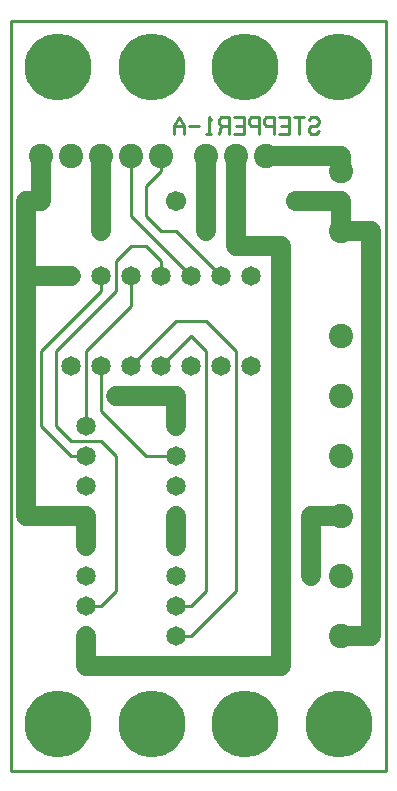
<source format=gbl>
%MOIN*%
%FSLAX25Y25*%
G04 D10 used for Character Trace; *
G04     Circle (OD=.01000) (No hole)*
G04 D11 used for Power Trace; *
G04     Circle (OD=.06700) (No hole)*
G04 D12 used for Signal Trace; *
G04     Circle (OD=.01100) (No hole)*
G04 D13 used for Via; *
G04     Circle (OD=.05800) (Round. Hole ID=.02800)*
G04 D14 used for Component hole; *
G04     Circle (OD=.06500) (Round. Hole ID=.03500)*
G04 D15 used for Component hole; *
G04     Circle (OD=.06700) (Round. Hole ID=.04300)*
G04 D16 used for Component hole; *
G04     Circle (OD=.08100) (Round. Hole ID=.05100)*
G04 D17 used for Component hole; *
G04     Circle (OD=.08900) (Round. Hole ID=.05900)*
G04 D18 used for Component hole; *
G04     Circle (OD=.11300) (Round. Hole ID=.08300)*
G04 D19 used for Component hole; *
G04     Circle (OD=.16000) (Round. Hole ID=.13000)*
G04 D20 used for Component hole; *
G04     Circle (OD=.18300) (Round. Hole ID=.15300)*
G04 D21 used for Component hole; *
G04     Circle (OD=.22291) (Round. Hole ID=.19291)*
%ADD10C,.01000*%
%ADD11C,.06700*%
%ADD12C,.01100*%
%ADD13C,.05800*%
%ADD14C,.06500*%
%ADD15C,.06700*%
%ADD16C,.08100*%
%ADD17C,.08900*%
%ADD18C,.11300*%
%ADD19C,.16000*%
%ADD20C,.18300*%
%ADD21C,.22291*%
%IPPOS*%
%LPD*%
G90*X0Y0D02*D21*X15625Y15625D03*D11*              
X25000Y35000D02*X90000D01*Y145000D01*D13*D03*D11* 
Y175000D01*X75000D01*Y205000D01*D16*D03*X85000D03*
D11*X110000D01*Y200000D01*D16*D03*D11*Y180000D02* 
Y190000D01*D16*Y180000D03*D11*X120000D01*         
Y155000D01*D13*D03*D11*Y45000D01*X110000D01*D16*  
D03*Y65000D03*D13*X100000D03*D11*Y85000D01*       
X110000D01*D16*D03*Y105000D03*D12*X60000Y45000D02*
X75000Y60000D01*X55000Y45000D02*X60000D01*D14*    
X55000D03*D12*Y55000D02*X60000D01*D14*X55000D03*  
D12*X60000D02*X65000Y60000D01*Y140000D01*         
X60000Y145000D01*X50000Y135000D01*D14*D03*        
X60000D03*X40000D03*D12*X55000Y150000D01*         
X65000D01*X75000Y140000D01*Y60000D01*D14*         
X55000Y75000D03*D11*Y85000D01*D14*D03*Y95000D03*  
D12*X35000Y60000D02*Y105000D01*X30000Y55000D02*   
X35000Y60000D01*X25000Y55000D02*X30000D01*D14*    
X25000D03*Y65000D03*Y45000D03*D11*Y35000D01*D21*  
X46875Y15625D03*D14*X55000Y65000D03*D12*X0Y0D02*  
X125000D01*Y250000D01*X0D01*Y0D01*D14*            
X25000Y75000D03*D11*Y85000D01*D14*D03*D11*        
X5000D01*Y165000D01*X20000D01*D14*D03*D12*        
X10000Y140000D02*X30000Y160000D01*                
X10000Y115000D02*Y140000D01*X20000Y105000D02*     
X10000Y115000D01*X20000Y105000D02*X25000D01*D14*  
D03*D12*X35000D02*X30000Y110000D01*X20000D01*     
X15000Y115000D01*Y140000D01*X35000Y160000D01*     
Y170000D01*X40000Y175000D01*X45000D01*            
X50000Y170000D01*Y165000D01*D14*D03*D12*          
X25000Y140000D02*X40000Y155000D01*                
X25000Y115000D02*Y140000D01*D14*Y115000D03*D12*   
X45000Y105000D02*X30000Y120000D01*                
X45000Y105000D02*X55000D01*D14*D03*Y115000D03*D11*
Y125000D01*X35000D01*D13*D03*D12*X30000Y120000D02*
Y135000D01*D14*D03*X20000D03*D12*X40000Y155000D02*
Y165000D01*D14*D03*X30000D03*D12*Y160000D01*      
X50000Y180000D02*X55000D01*X70000Y165000D01*D14*  
D03*X80000D03*X60000D03*D12*X40000Y185000D01*     
Y205000D01*D16*D03*D12*X45000Y195000D02*          
X50000Y200000D01*X45000Y185000D02*Y195000D01*     
X50000Y180000D02*X45000Y185000D01*D15*            
X55000Y190000D03*D13*X65000Y180000D03*D11*        
Y205000D01*D16*D03*D10*X99163Y216914D02*          
X100000Y217871D01*X101674D01*X102511Y216914D01*   
Y215957D01*X101674Y215000D01*X100000D01*          
X99163Y214043D01*Y213086D01*X100000Y212129D01*    
X101674D01*X102511Y213086D01*X95837Y212129D02*    
Y217871D01*X97511D02*X94163D01*X89163Y212129D02*  
X92511D01*Y217871D01*X89163D01*X92511Y215000D02*  
X90000D01*X87511Y212129D02*Y217871D01*X85000D01*  
X84163Y216914D01*Y215957D01*X85000Y215000D01*     
X87511D01*X82511Y212129D02*Y217871D01*X80000D01*  
X79163Y216914D01*Y215957D01*X80000Y215000D01*     
X82511D01*X74163Y212129D02*X77511D01*Y217871D01*  
X74163D01*X77511Y215000D02*X75000D01*             
X72511Y212129D02*Y217871D01*X70000D01*            
X69163Y216914D01*Y215957D01*X70000Y215000D01*     
X72511D01*X70000D02*X69163Y212129D01*             
X66674Y216914D02*X65837Y217871D01*Y212129D01*     
X66674D02*X65000D01*X62511Y215000D02*X59163D01*   
X57511Y212129D02*Y215000D01*X55837Y217871D01*     
X54163Y215000D01*Y212129D01*X57511Y215000D02*     
X54163D01*D16*X50000Y205000D03*D12*Y200000D01*D13*
X30000Y180000D03*D11*Y190000D01*D14*D03*D11*      
Y205000D01*D16*D03*X20000D03*X10000D03*D11*       
Y190000D01*D14*D03*D11*X5000D01*Y165000D01*D14*   
X70000Y135000D03*D21*X46875Y234375D03*X15625D03*  
D14*X25000Y95000D03*X80000Y135000D03*D21*         
X78125Y234375D03*D15*X95000Y190000D03*D11*        
X110000D01*D21*X109375Y234375D03*D16*             
X110000Y145000D03*Y125000D03*D21*X78125Y15625D03* 
X109375D03*M02*                                   

</source>
